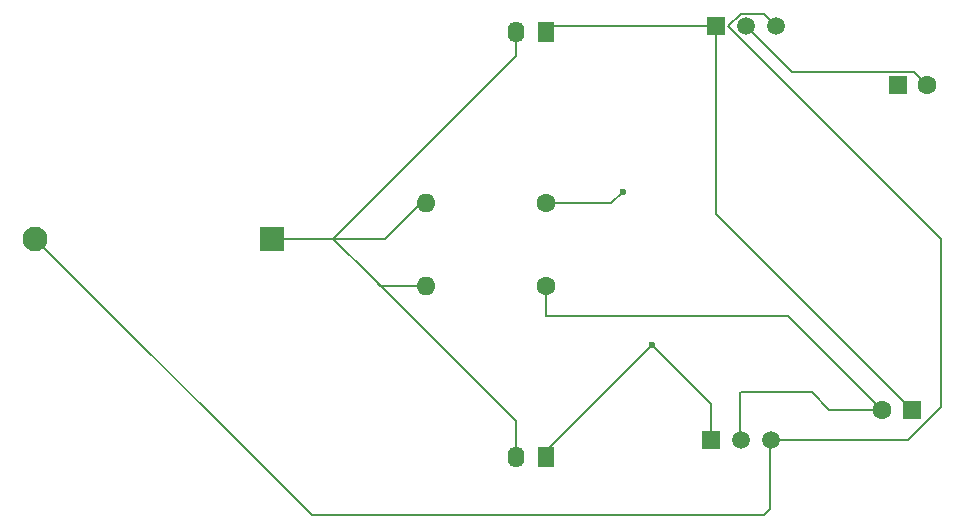
<source format=gbr>
%TF.GenerationSoftware,KiCad,Pcbnew,8.0.5*%
%TF.CreationDate,2024-10-10T20:33:13-07:00*%
%TF.ProjectId,IEEE soldering project,49454545-2073-46f6-9c64-6572696e6720,rev?*%
%TF.SameCoordinates,Original*%
%TF.FileFunction,Copper,L1,Top*%
%TF.FilePolarity,Positive*%
%FSLAX46Y46*%
G04 Gerber Fmt 4.6, Leading zero omitted, Abs format (unit mm)*
G04 Created by KiCad (PCBNEW 8.0.5) date 2024-10-10 20:33:13*
%MOMM*%
%LPD*%
G01*
G04 APERTURE LIST*
%TA.AperFunction,ComponentPad*%
%ADD10C,1.500000*%
%TD*%
%TA.AperFunction,ComponentPad*%
%ADD11R,1.500000X1.500000*%
%TD*%
%TA.AperFunction,ComponentPad*%
%ADD12R,1.400000X1.800000*%
%TD*%
%TA.AperFunction,ComponentPad*%
%ADD13O,1.400000X1.800000*%
%TD*%
%TA.AperFunction,ComponentPad*%
%ADD14C,1.600000*%
%TD*%
%TA.AperFunction,ComponentPad*%
%ADD15O,1.600000X1.600000*%
%TD*%
%TA.AperFunction,ComponentPad*%
%ADD16R,1.600000X1.600000*%
%TD*%
%TA.AperFunction,ComponentPad*%
%ADD17R,2.100000X2.100000*%
%TD*%
%TA.AperFunction,ComponentPad*%
%ADD18C,2.100000*%
%TD*%
%TA.AperFunction,ViaPad*%
%ADD19C,0.600000*%
%TD*%
%TA.AperFunction,Conductor*%
%ADD20C,0.200000*%
%TD*%
G04 APERTURE END LIST*
D10*
%TO.P,Q2,3,E*%
%TO.N,P\u002CE*%
X156040000Y-62000000D03*
%TO.P,Q2,2,B*%
%TO.N,Net-(Q2-B)*%
X153500000Y-62000000D03*
D11*
%TO.P,Q2,1,C*%
%TO.N,Net-(LED1-K)*%
X150960000Y-62000000D03*
%TD*%
D12*
%TO.P,LED2,1,K*%
%TO.N,Net-(LED2-K)*%
X137000000Y-27500000D03*
D13*
%TO.P,LED2,2,A*%
%TO.N,Net-(3VBattery1-+)*%
X134460000Y-27500000D03*
%TD*%
D12*
%TO.P,LED1,1,K*%
%TO.N,Net-(LED1-K)*%
X137000000Y-63500000D03*
D13*
%TO.P,LED1,2,A*%
%TO.N,Net-(3VBattery1-+)*%
X134460000Y-63500000D03*
%TD*%
D14*
%TO.P,R1,1*%
%TO.N,Net-(Q1-B)*%
X137000000Y-42000000D03*
D15*
%TO.P,R1,2*%
%TO.N,Net-(3VBattery1-+)*%
X126840000Y-42000000D03*
%TD*%
D16*
%TO.P,C1,1*%
%TO.N,Net-(LED1-K)*%
X166817621Y-32000000D03*
D14*
%TO.P,C1,2*%
%TO.N,Net-(Q1-B)*%
X169317621Y-32000000D03*
%TD*%
%TO.P,R2,1*%
%TO.N,Net-(Q2-B)*%
X137000000Y-49000000D03*
D15*
%TO.P,R2,2*%
%TO.N,Net-(3VBattery1-+)*%
X126840000Y-49000000D03*
%TD*%
D16*
%TO.P,C2,1*%
%TO.N,Net-(LED2-K)*%
X168010000Y-59500000D03*
D14*
%TO.P,C2,2*%
%TO.N,Net-(Q2-B)*%
X165510000Y-59500000D03*
%TD*%
D17*
%TO.P,3V Battery,1,+*%
%TO.N,Net-(3VBattery1-+)*%
X113789087Y-45000000D03*
D18*
%TO.P,3V Battery,2,-*%
%TO.N,unconnected-(3VBattery1---Pad2)*%
X93789087Y-45000000D03*
%TD*%
D11*
%TO.P,Q1,1,C*%
%TO.N,Net-(LED2-K)*%
X151420000Y-27000000D03*
D10*
%TO.P,Q1,2,B*%
%TO.N,Net-(Q1-B)*%
X153960000Y-27000000D03*
%TO.P,Q1,3,E*%
%TO.N,P\u002CE*%
X156500000Y-27000000D03*
%TD*%
D19*
%TO.N,Net-(LED1-K)*%
X146000000Y-54000000D03*
%TO.N,Net-(Q1-B)*%
X143500000Y-41000000D03*
%TD*%
D20*
%TO.N,Net-(LED1-K)*%
X150960000Y-58960000D02*
X146000000Y-54000000D01*
X137000000Y-63000000D02*
X146000000Y-54000000D01*
X137000000Y-63500000D02*
X137000000Y-63000000D01*
%TO.N,Net-(Q1-B)*%
X168217621Y-30900000D02*
X169317621Y-32000000D01*
X157860000Y-30900000D02*
X168217621Y-30900000D01*
X153960000Y-27000000D02*
X157860000Y-30900000D01*
%TO.N,Net-(LED2-K)*%
X151420000Y-42910000D02*
X151420000Y-27000000D01*
X168010000Y-59500000D02*
X151420000Y-42910000D01*
%TO.N,P\u002CE*%
X152470000Y-27005075D02*
X170500000Y-45035075D01*
X153525075Y-25950000D02*
X152470000Y-27005075D01*
X156500000Y-27000000D02*
X155450000Y-25950000D01*
X155450000Y-25950000D02*
X153525075Y-25950000D01*
X170500000Y-45035075D02*
X170500000Y-59210000D01*
%TO.N,Net-(3VBattery1-+)*%
X122500000Y-48500000D02*
X123000000Y-49000000D01*
X119000000Y-45000000D02*
X119250000Y-45250000D01*
X123000000Y-49000000D02*
X126840000Y-49000000D01*
X119000000Y-45000000D02*
X113789087Y-45000000D01*
%TO.N,Net-(Q1-B)*%
X142500000Y-42000000D02*
X143500000Y-41000000D01*
X137000000Y-42000000D02*
X142500000Y-42000000D01*
%TO.N,Net-(3VBattery1-+)*%
X123420000Y-45000000D02*
X119000000Y-45000000D01*
X134460000Y-29540000D02*
X134460000Y-27000000D01*
X126420000Y-42000000D02*
X123420000Y-45000000D01*
X119000000Y-45000000D02*
X134460000Y-29540000D01*
%TO.N,Net-(Q2-B)*%
X157510000Y-51500000D02*
X165510000Y-59500000D01*
X137000000Y-51500000D02*
X137000000Y-49000000D01*
X163510000Y-59500000D02*
X165510000Y-59500000D01*
X137000000Y-51500000D02*
X157510000Y-51500000D01*
%TO.N,Net-(LED2-K)*%
X137000000Y-27000000D02*
X144000000Y-27000000D01*
X144000000Y-27000000D02*
X151420000Y-27000000D01*
%TO.N,Net-(Q1-E)*%
X155500000Y-68400000D02*
X153000000Y-68400000D01*
X153000000Y-68400000D02*
X128000000Y-68400000D01*
X128000000Y-68400000D02*
X117189087Y-68400000D01*
X117189087Y-68400000D02*
X93789087Y-45000000D01*
%TO.N,Net-(3VBattery1-+)*%
X119250000Y-45250000D02*
X122000000Y-48000000D01*
X134460000Y-60460000D02*
X122000000Y-48000000D01*
X122000000Y-48000000D02*
X122500000Y-48500000D01*
X134460000Y-63500000D02*
X134460000Y-60460000D01*
%TO.N,P\u002CE*%
X170500000Y-59210000D02*
X167710000Y-62000000D01*
X167710000Y-62000000D02*
X156040000Y-62000000D01*
%TO.N,Net-(Q2-B)*%
X165000000Y-59500000D02*
X161000000Y-59500000D01*
X153510000Y-58000000D02*
X153460000Y-58050000D01*
X159500000Y-58000000D02*
X153510000Y-58000000D01*
X161000000Y-59500000D02*
X159500000Y-58000000D01*
X153460000Y-58050000D02*
X153460000Y-62500000D01*
%TO.N,Net-(LED1-K)*%
X150960000Y-62000000D02*
X150960000Y-58960000D01*
X150420000Y-62000000D02*
X150920000Y-62500000D01*
%TO.N,Net-(Q1-E)*%
X156000000Y-67900000D02*
X155500000Y-68400000D01*
X156000000Y-62500000D02*
X156000000Y-67900000D01*
%TD*%
M02*

</source>
